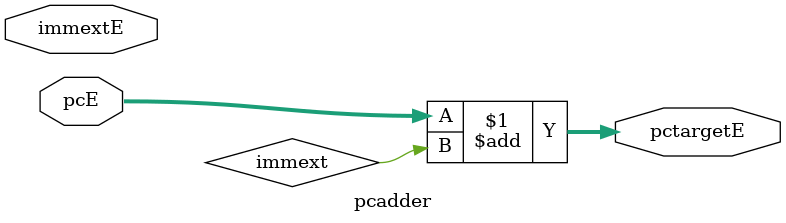
<source format=sv>
module pcadder #(parameter W = 32)(
    input logic [W-1:0] pcE,
    input logic [W-1:0] immextE,
    
    output logic [W-1:0] pctargetE
);

assign pctargetE = pcE + immext;

endmodule

</source>
